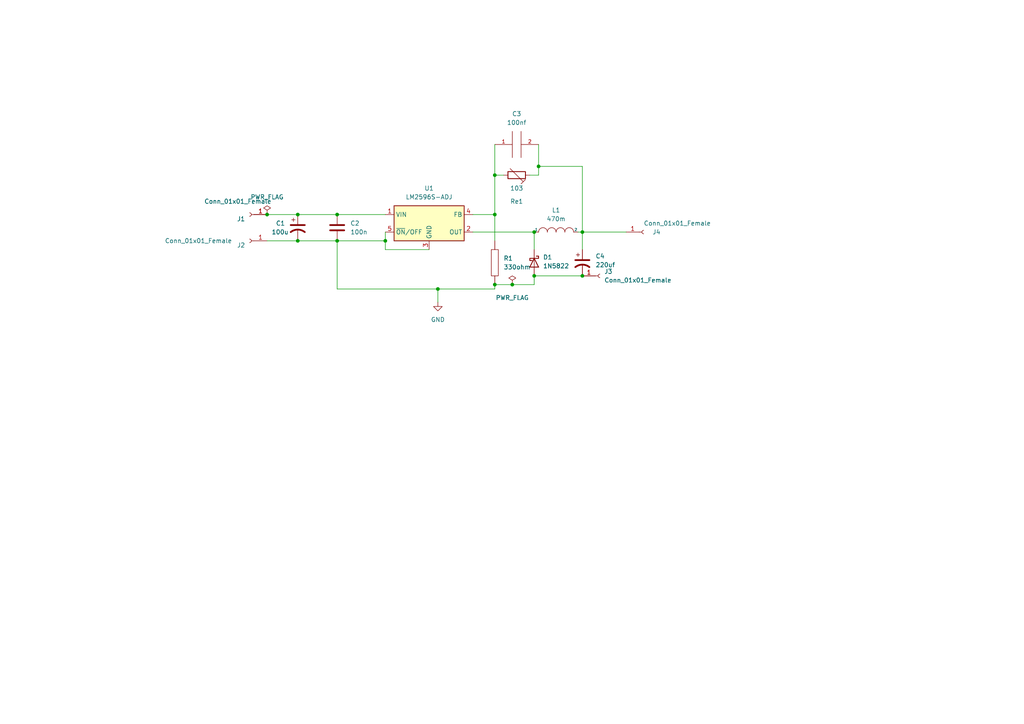
<source format=kicad_sch>
(kicad_sch (version 20211123) (generator eeschema)

  (uuid 5ee7080f-2759-4697-9abf-492370450c43)

  (paper "A4")

  (title_block
    (title "project")
  )

  (lib_symbols
    (symbol "Connector:Conn_01x01_Female" (pin_names (offset 1.016) hide) (in_bom yes) (on_board yes)
      (property "Reference" "J" (id 0) (at 0 2.54 0)
        (effects (font (size 1.27 1.27)))
      )
      (property "Value" "Conn_01x01_Female" (id 1) (at 0 -2.54 0)
        (effects (font (size 1.27 1.27)))
      )
      (property "Footprint" "" (id 2) (at 0 0 0)
        (effects (font (size 1.27 1.27)) hide)
      )
      (property "Datasheet" "~" (id 3) (at 0 0 0)
        (effects (font (size 1.27 1.27)) hide)
      )
      (property "ki_keywords" "connector" (id 4) (at 0 0 0)
        (effects (font (size 1.27 1.27)) hide)
      )
      (property "ki_description" "Generic connector, single row, 01x01, script generated (kicad-library-utils/schlib/autogen/connector/)" (id 5) (at 0 0 0)
        (effects (font (size 1.27 1.27)) hide)
      )
      (property "ki_fp_filters" "Connector*:*" (id 6) (at 0 0 0)
        (effects (font (size 1.27 1.27)) hide)
      )
      (symbol "Conn_01x01_Female_1_1"
        (polyline
          (pts
            (xy -1.27 0)
            (xy -0.508 0)
          )
          (stroke (width 0.1524) (type default) (color 0 0 0 0))
          (fill (type none))
        )
        (arc (start 0 0.508) (mid -0.508 0) (end 0 -0.508)
          (stroke (width 0.1524) (type default) (color 0 0 0 0))
          (fill (type none))
        )
        (pin passive line (at -5.08 0 0) (length 3.81)
          (name "Pin_1" (effects (font (size 1.27 1.27))))
          (number "1" (effects (font (size 1.27 1.27))))
        )
      )
    )
    (symbol "Device:C" (pin_numbers hide) (pin_names (offset 0.254)) (in_bom yes) (on_board yes)
      (property "Reference" "C" (id 0) (at 0.635 2.54 0)
        (effects (font (size 1.27 1.27)) (justify left))
      )
      (property "Value" "C" (id 1) (at 0.635 -2.54 0)
        (effects (font (size 1.27 1.27)) (justify left))
      )
      (property "Footprint" "" (id 2) (at 0.9652 -3.81 0)
        (effects (font (size 1.27 1.27)) hide)
      )
      (property "Datasheet" "~" (id 3) (at 0 0 0)
        (effects (font (size 1.27 1.27)) hide)
      )
      (property "ki_keywords" "cap capacitor" (id 4) (at 0 0 0)
        (effects (font (size 1.27 1.27)) hide)
      )
      (property "ki_description" "Unpolarized capacitor" (id 5) (at 0 0 0)
        (effects (font (size 1.27 1.27)) hide)
      )
      (property "ki_fp_filters" "C_*" (id 6) (at 0 0 0)
        (effects (font (size 1.27 1.27)) hide)
      )
      (symbol "C_0_1"
        (polyline
          (pts
            (xy -2.032 -0.762)
            (xy 2.032 -0.762)
          )
          (stroke (width 0.508) (type default) (color 0 0 0 0))
          (fill (type none))
        )
        (polyline
          (pts
            (xy -2.032 0.762)
            (xy 2.032 0.762)
          )
          (stroke (width 0.508) (type default) (color 0 0 0 0))
          (fill (type none))
        )
      )
      (symbol "C_1_1"
        (pin passive line (at 0 3.81 270) (length 2.794)
          (name "~" (effects (font (size 1.27 1.27))))
          (number "1" (effects (font (size 1.27 1.27))))
        )
        (pin passive line (at 0 -3.81 90) (length 2.794)
          (name "~" (effects (font (size 1.27 1.27))))
          (number "2" (effects (font (size 1.27 1.27))))
        )
      )
    )
    (symbol "Device:C_Polarized_US" (pin_numbers hide) (pin_names (offset 0.254) hide) (in_bom yes) (on_board yes)
      (property "Reference" "C" (id 0) (at 0.635 2.54 0)
        (effects (font (size 1.27 1.27)) (justify left))
      )
      (property "Value" "C_Polarized_US" (id 1) (at 0.635 -2.54 0)
        (effects (font (size 1.27 1.27)) (justify left))
      )
      (property "Footprint" "" (id 2) (at 0 0 0)
        (effects (font (size 1.27 1.27)) hide)
      )
      (property "Datasheet" "~" (id 3) (at 0 0 0)
        (effects (font (size 1.27 1.27)) hide)
      )
      (property "ki_keywords" "cap capacitor" (id 4) (at 0 0 0)
        (effects (font (size 1.27 1.27)) hide)
      )
      (property "ki_description" "Polarized capacitor, US symbol" (id 5) (at 0 0 0)
        (effects (font (size 1.27 1.27)) hide)
      )
      (property "ki_fp_filters" "CP_*" (id 6) (at 0 0 0)
        (effects (font (size 1.27 1.27)) hide)
      )
      (symbol "C_Polarized_US_0_1"
        (polyline
          (pts
            (xy -2.032 0.762)
            (xy 2.032 0.762)
          )
          (stroke (width 0.508) (type default) (color 0 0 0 0))
          (fill (type none))
        )
        (polyline
          (pts
            (xy -1.778 2.286)
            (xy -0.762 2.286)
          )
          (stroke (width 0) (type default) (color 0 0 0 0))
          (fill (type none))
        )
        (polyline
          (pts
            (xy -1.27 1.778)
            (xy -1.27 2.794)
          )
          (stroke (width 0) (type default) (color 0 0 0 0))
          (fill (type none))
        )
        (arc (start 2.032 -1.27) (mid 0 -0.5572) (end -2.032 -1.27)
          (stroke (width 0.508) (type default) (color 0 0 0 0))
          (fill (type none))
        )
      )
      (symbol "C_Polarized_US_1_1"
        (pin passive line (at 0 3.81 270) (length 2.794)
          (name "~" (effects (font (size 1.27 1.27))))
          (number "1" (effects (font (size 1.27 1.27))))
        )
        (pin passive line (at 0 -3.81 90) (length 3.302)
          (name "~" (effects (font (size 1.27 1.27))))
          (number "2" (effects (font (size 1.27 1.27))))
        )
      )
    )
    (symbol "Device:R_Trim" (pin_numbers hide) (pin_names (offset 0)) (in_bom yes) (on_board yes)
      (property "Reference" "R" (id 0) (at 2.54 -2.54 90)
        (effects (font (size 1.27 1.27)) (justify left))
      )
      (property "Value" "R_Trim" (id 1) (at -2.54 -0.635 90)
        (effects (font (size 1.27 1.27)) (justify left))
      )
      (property "Footprint" "" (id 2) (at -1.778 0 90)
        (effects (font (size 1.27 1.27)) hide)
      )
      (property "Datasheet" "~" (id 3) (at 0 0 0)
        (effects (font (size 1.27 1.27)) hide)
      )
      (property "ki_keywords" "R res resistor variable potentiometer trimmer" (id 4) (at 0 0 0)
        (effects (font (size 1.27 1.27)) hide)
      )
      (property "ki_description" "Trimmable resistor (preset resistor)" (id 5) (at 0 0 0)
        (effects (font (size 1.27 1.27)) hide)
      )
      (property "ki_fp_filters" "R_*" (id 6) (at 0 0 0)
        (effects (font (size 1.27 1.27)) hide)
      )
      (symbol "R_Trim_0_1"
        (rectangle (start -1.016 -2.54) (end 1.016 2.54)
          (stroke (width 0.254) (type default) (color 0 0 0 0))
          (fill (type none))
        )
        (polyline
          (pts
            (xy -1.905 -1.905)
            (xy 1.905 1.905)
            (xy 2.54 1.27)
            (xy 1.27 2.54)
          )
          (stroke (width 0) (type default) (color 0 0 0 0))
          (fill (type none))
        )
      )
      (symbol "R_Trim_1_1"
        (pin passive line (at 0 3.81 270) (length 1.27)
          (name "~" (effects (font (size 1.27 1.27))))
          (number "1" (effects (font (size 1.27 1.27))))
        )
        (pin passive line (at 0 -3.81 90) (length 1.27)
          (name "~" (effects (font (size 1.27 1.27))))
          (number "2" (effects (font (size 1.27 1.27))))
        )
      )
    )
    (symbol "Diode:1N5822" (pin_numbers hide) (pin_names (offset 1.016) hide) (in_bom yes) (on_board yes)
      (property "Reference" "D" (id 0) (at 0 2.54 0)
        (effects (font (size 1.27 1.27)))
      )
      (property "Value" "1N5822" (id 1) (at 0 -2.54 0)
        (effects (font (size 1.27 1.27)))
      )
      (property "Footprint" "Diode_THT:D_DO-201AD_P15.24mm_Horizontal" (id 2) (at 0 -4.445 0)
        (effects (font (size 1.27 1.27)) hide)
      )
      (property "Datasheet" "http://www.vishay.com/docs/88526/1n5820.pdf" (id 3) (at 0 0 0)
        (effects (font (size 1.27 1.27)) hide)
      )
      (property "ki_keywords" "diode Schottky" (id 4) (at 0 0 0)
        (effects (font (size 1.27 1.27)) hide)
      )
      (property "ki_description" "40V 3A Schottky Barrier Rectifier Diode, DO-201AD" (id 5) (at 0 0 0)
        (effects (font (size 1.27 1.27)) hide)
      )
      (property "ki_fp_filters" "D*DO?201AD*" (id 6) (at 0 0 0)
        (effects (font (size 1.27 1.27)) hide)
      )
      (symbol "1N5822_0_1"
        (polyline
          (pts
            (xy 1.27 0)
            (xy -1.27 0)
          )
          (stroke (width 0) (type default) (color 0 0 0 0))
          (fill (type none))
        )
        (polyline
          (pts
            (xy 1.27 1.27)
            (xy 1.27 -1.27)
            (xy -1.27 0)
            (xy 1.27 1.27)
          )
          (stroke (width 0.254) (type default) (color 0 0 0 0))
          (fill (type none))
        )
        (polyline
          (pts
            (xy -1.905 0.635)
            (xy -1.905 1.27)
            (xy -1.27 1.27)
            (xy -1.27 -1.27)
            (xy -0.635 -1.27)
            (xy -0.635 -0.635)
          )
          (stroke (width 0.254) (type default) (color 0 0 0 0))
          (fill (type none))
        )
      )
      (symbol "1N5822_1_1"
        (pin passive line (at -3.81 0 0) (length 2.54)
          (name "K" (effects (font (size 1.27 1.27))))
          (number "1" (effects (font (size 1.27 1.27))))
        )
        (pin passive line (at 3.81 0 180) (length 2.54)
          (name "A" (effects (font (size 1.27 1.27))))
          (number "2" (effects (font (size 1.27 1.27))))
        )
      )
    )
    (symbol "Regulator_Switching:LM2596S-ADJ" (in_bom yes) (on_board yes)
      (property "Reference" "U" (id 0) (at -10.16 6.35 0)
        (effects (font (size 1.27 1.27)) (justify left))
      )
      (property "Value" "LM2596S-ADJ" (id 1) (at 0 6.35 0)
        (effects (font (size 1.27 1.27)) (justify left))
      )
      (property "Footprint" "Package_TO_SOT_SMD:TO-263-5_TabPin3" (id 2) (at 1.27 -6.35 0)
        (effects (font (size 1.27 1.27) italic) (justify left) hide)
      )
      (property "Datasheet" "http://www.ti.com/lit/ds/symlink/lm2596.pdf" (id 3) (at 0 0 0)
        (effects (font (size 1.27 1.27)) hide)
      )
      (property "ki_keywords" "Step-Down Voltage Regulator Adjustable 3A" (id 4) (at 0 0 0)
        (effects (font (size 1.27 1.27)) hide)
      )
      (property "ki_description" "Adjustable 3A Step-Down Voltage Regulator, TO-263" (id 5) (at 0 0 0)
        (effects (font (size 1.27 1.27)) hide)
      )
      (property "ki_fp_filters" "TO?263*" (id 6) (at 0 0 0)
        (effects (font (size 1.27 1.27)) hide)
      )
      (symbol "LM2596S-ADJ_0_1"
        (rectangle (start -10.16 5.08) (end 10.16 -5.08)
          (stroke (width 0.254) (type default) (color 0 0 0 0))
          (fill (type background))
        )
      )
      (symbol "LM2596S-ADJ_1_1"
        (pin power_in line (at -12.7 2.54 0) (length 2.54)
          (name "VIN" (effects (font (size 1.27 1.27))))
          (number "1" (effects (font (size 1.27 1.27))))
        )
        (pin output line (at 12.7 -2.54 180) (length 2.54)
          (name "OUT" (effects (font (size 1.27 1.27))))
          (number "2" (effects (font (size 1.27 1.27))))
        )
        (pin power_in line (at 0 -7.62 90) (length 2.54)
          (name "GND" (effects (font (size 1.27 1.27))))
          (number "3" (effects (font (size 1.27 1.27))))
        )
        (pin input line (at 12.7 2.54 180) (length 2.54)
          (name "FB" (effects (font (size 1.27 1.27))))
          (number "4" (effects (font (size 1.27 1.27))))
        )
        (pin input line (at -12.7 -2.54 0) (length 2.54)
          (name "~{ON}/OFF" (effects (font (size 1.27 1.27))))
          (number "5" (effects (font (size 1.27 1.27))))
        )
      )
    )
    (symbol "power:GND" (power) (pin_names (offset 0)) (in_bom yes) (on_board yes)
      (property "Reference" "#PWR" (id 0) (at 0 -6.35 0)
        (effects (font (size 1.27 1.27)) hide)
      )
      (property "Value" "GND" (id 1) (at 0 -3.81 0)
        (effects (font (size 1.27 1.27)))
      )
      (property "Footprint" "" (id 2) (at 0 0 0)
        (effects (font (size 1.27 1.27)) hide)
      )
      (property "Datasheet" "" (id 3) (at 0 0 0)
        (effects (font (size 1.27 1.27)) hide)
      )
      (property "ki_keywords" "power-flag" (id 4) (at 0 0 0)
        (effects (font (size 1.27 1.27)) hide)
      )
      (property "ki_description" "Power symbol creates a global label with name \"GND\" , ground" (id 5) (at 0 0 0)
        (effects (font (size 1.27 1.27)) hide)
      )
      (symbol "GND_0_1"
        (polyline
          (pts
            (xy 0 0)
            (xy 0 -1.27)
            (xy 1.27 -1.27)
            (xy 0 -2.54)
            (xy -1.27 -1.27)
            (xy 0 -1.27)
          )
          (stroke (width 0) (type default) (color 0 0 0 0))
          (fill (type none))
        )
      )
      (symbol "GND_1_1"
        (pin power_in line (at 0 0 270) (length 0) hide
          (name "GND" (effects (font (size 1.27 1.27))))
          (number "1" (effects (font (size 1.27 1.27))))
        )
      )
    )
    (symbol "power:PWR_FLAG" (power) (pin_numbers hide) (pin_names (offset 0) hide) (in_bom yes) (on_board yes)
      (property "Reference" "#FLG" (id 0) (at 0 1.905 0)
        (effects (font (size 1.27 1.27)) hide)
      )
      (property "Value" "PWR_FLAG" (id 1) (at 0 3.81 0)
        (effects (font (size 1.27 1.27)))
      )
      (property "Footprint" "" (id 2) (at 0 0 0)
        (effects (font (size 1.27 1.27)) hide)
      )
      (property "Datasheet" "~" (id 3) (at 0 0 0)
        (effects (font (size 1.27 1.27)) hide)
      )
      (property "ki_keywords" "power-flag" (id 4) (at 0 0 0)
        (effects (font (size 1.27 1.27)) hide)
      )
      (property "ki_description" "Special symbol for telling ERC where power comes from" (id 5) (at 0 0 0)
        (effects (font (size 1.27 1.27)) hide)
      )
      (symbol "PWR_FLAG_0_0"
        (pin power_out line (at 0 0 90) (length 0)
          (name "pwr" (effects (font (size 1.27 1.27))))
          (number "1" (effects (font (size 1.27 1.27))))
        )
      )
      (symbol "PWR_FLAG_0_1"
        (polyline
          (pts
            (xy 0 0)
            (xy 0 1.27)
            (xy -1.016 1.905)
            (xy 0 2.54)
            (xy 1.016 1.905)
            (xy 0 1.27)
          )
          (stroke (width 0) (type default) (color 0 0 0 0))
          (fill (type none))
        )
      )
    )
    (symbol "pspice:C" (pin_names (offset 0.254)) (in_bom yes) (on_board yes)
      (property "Reference" "C" (id 0) (at 2.54 3.81 90)
        (effects (font (size 1.27 1.27)))
      )
      (property "Value" "C" (id 1) (at 2.54 -3.81 90)
        (effects (font (size 1.27 1.27)))
      )
      (property "Footprint" "" (id 2) (at 0 0 0)
        (effects (font (size 1.27 1.27)) hide)
      )
      (property "Datasheet" "~" (id 3) (at 0 0 0)
        (effects (font (size 1.27 1.27)) hide)
      )
      (property "ki_keywords" "simulation" (id 4) (at 0 0 0)
        (effects (font (size 1.27 1.27)) hide)
      )
      (property "ki_description" "Capacitor symbol for simulation only" (id 5) (at 0 0 0)
        (effects (font (size 1.27 1.27)) hide)
      )
      (symbol "C_0_1"
        (polyline
          (pts
            (xy -3.81 -1.27)
            (xy 3.81 -1.27)
          )
          (stroke (width 0) (type default) (color 0 0 0 0))
          (fill (type none))
        )
        (polyline
          (pts
            (xy -3.81 1.27)
            (xy 3.81 1.27)
          )
          (stroke (width 0) (type default) (color 0 0 0 0))
          (fill (type none))
        )
      )
      (symbol "C_1_1"
        (pin passive line (at 0 6.35 270) (length 5.08)
          (name "~" (effects (font (size 1.016 1.016))))
          (number "1" (effects (font (size 1.016 1.016))))
        )
        (pin passive line (at 0 -6.35 90) (length 5.08)
          (name "~" (effects (font (size 1.016 1.016))))
          (number "2" (effects (font (size 1.016 1.016))))
        )
      )
    )
    (symbol "pspice:INDUCTOR" (pin_numbers hide) (pin_names (offset 0)) (in_bom yes) (on_board yes)
      (property "Reference" "L" (id 0) (at 0 2.54 0)
        (effects (font (size 1.27 1.27)))
      )
      (property "Value" "INDUCTOR" (id 1) (at 0 -1.27 0)
        (effects (font (size 1.27 1.27)))
      )
      (property "Footprint" "" (id 2) (at 0 0 0)
        (effects (font (size 1.27 1.27)) hide)
      )
      (property "Datasheet" "~" (id 3) (at 0 0 0)
        (effects (font (size 1.27 1.27)) hide)
      )
      (property "ki_keywords" "simulation" (id 4) (at 0 0 0)
        (effects (font (size 1.27 1.27)) hide)
      )
      (property "ki_description" "Inductor symbol for simulation only" (id 5) (at 0 0 0)
        (effects (font (size 1.27 1.27)) hide)
      )
      (symbol "INDUCTOR_0_1"
        (arc (start -2.54 0) (mid -3.81 1.27) (end -5.08 0)
          (stroke (width 0) (type default) (color 0 0 0 0))
          (fill (type none))
        )
        (arc (start 0 0) (mid -1.27 1.27) (end -2.54 0)
          (stroke (width 0) (type default) (color 0 0 0 0))
          (fill (type none))
        )
        (arc (start 2.54 0) (mid 1.27 1.27) (end 0 0)
          (stroke (width 0) (type default) (color 0 0 0 0))
          (fill (type none))
        )
        (arc (start 5.08 0) (mid 3.81 1.27) (end 2.54 0)
          (stroke (width 0) (type default) (color 0 0 0 0))
          (fill (type none))
        )
      )
      (symbol "INDUCTOR_1_1"
        (pin input line (at -6.35 0 0) (length 1.27)
          (name "1" (effects (font (size 0.762 0.762))))
          (number "1" (effects (font (size 0.762 0.762))))
        )
        (pin input line (at 6.35 0 180) (length 1.27)
          (name "2" (effects (font (size 0.762 0.762))))
          (number "2" (effects (font (size 0.762 0.762))))
        )
      )
    )
    (symbol "pspice:R" (pin_numbers hide) (pin_names (offset 0)) (in_bom yes) (on_board yes)
      (property "Reference" "R" (id 0) (at 2.032 0 90)
        (effects (font (size 1.27 1.27)))
      )
      (property "Value" "R" (id 1) (at 0 0 90)
        (effects (font (size 1.27 1.27)))
      )
      (property "Footprint" "" (id 2) (at 0 0 0)
        (effects (font (size 1.27 1.27)) hide)
      )
      (property "Datasheet" "~" (id 3) (at 0 0 0)
        (effects (font (size 1.27 1.27)) hide)
      )
      (property "ki_keywords" "resistor simulation" (id 4) (at 0 0 0)
        (effects (font (size 1.27 1.27)) hide)
      )
      (property "ki_description" "Resistor symbol for simulation only" (id 5) (at 0 0 0)
        (effects (font (size 1.27 1.27)) hide)
      )
      (symbol "R_0_1"
        (rectangle (start -1.016 3.81) (end 1.016 -3.81)
          (stroke (width 0) (type default) (color 0 0 0 0))
          (fill (type none))
        )
      )
      (symbol "R_1_1"
        (pin passive line (at 0 6.35 270) (length 2.54)
          (name "~" (effects (font (size 1.27 1.27))))
          (number "1" (effects (font (size 1.27 1.27))))
        )
        (pin passive line (at 0 -6.35 90) (length 2.54)
          (name "~" (effects (font (size 1.27 1.27))))
          (number "2" (effects (font (size 1.27 1.27))))
        )
      )
    )
  )

  (junction (at 111.76 69.85) (diameter 0) (color 0 0 0 0)
    (uuid 0fd58683-f48c-4188-a235-90aa47d394e1)
  )
  (junction (at 86.36 69.85) (diameter 0) (color 0 0 0 0)
    (uuid 1d897fa8-0f25-4514-bc7b-37a1741c5c11)
  )
  (junction (at 86.36 62.23) (diameter 0) (color 0 0 0 0)
    (uuid 20232c68-d550-4d78-87c5-1ccbfbdb2f37)
  )
  (junction (at 127 83.82) (diameter 0) (color 0 0 0 0)
    (uuid 235bc03b-0461-4f36-8acf-f47dbf20ccf4)
  )
  (junction (at 154.94 67.31) (diameter 0) (color 0 0 0 0)
    (uuid 239d3345-f95e-4be0-b4eb-c82522a57dac)
  )
  (junction (at 168.91 80.01) (diameter 0) (color 0 0 0 0)
    (uuid 25ea80ac-f161-4c33-82ae-8b3a3d6c34fc)
  )
  (junction (at 168.91 67.31) (diameter 0) (color 0 0 0 0)
    (uuid 52b2ee8a-225c-44ee-b717-ba52cf624e77)
  )
  (junction (at 148.59 82.55) (diameter 0) (color 0 0 0 0)
    (uuid 63336f10-073e-483c-9dfc-4edec29cb5af)
  )
  (junction (at 97.79 62.23) (diameter 0) (color 0 0 0 0)
    (uuid 76a5c36c-7810-45d6-a52a-9c52df013d1e)
  )
  (junction (at 143.51 50.8) (diameter 0) (color 0 0 0 0)
    (uuid 8ee26c55-7f46-4a93-b8ed-88396f76656e)
  )
  (junction (at 156.21 48.26) (diameter 0) (color 0 0 0 0)
    (uuid bb47af45-9ec2-4436-b73d-77597b900c35)
  )
  (junction (at 143.51 82.55) (diameter 0) (color 0 0 0 0)
    (uuid c7c15212-eab3-421a-8323-b2cdfa46ef42)
  )
  (junction (at 154.94 80.01) (diameter 0) (color 0 0 0 0)
    (uuid e2b7f57f-4478-486d-9b08-e94dde4f9d3e)
  )
  (junction (at 97.79 69.85) (diameter 0) (color 0 0 0 0)
    (uuid ec773665-75f9-41f5-a0b4-d6324fa62fb8)
  )
  (junction (at 143.51 62.23) (diameter 0) (color 0 0 0 0)
    (uuid fc2ca5c0-8558-45ba-a455-4c5389e0a148)
  )
  (junction (at 77.47 62.23) (diameter 0) (color 0 0 0 0)
    (uuid fe17b3e7-3c1f-4872-bdfe-ed9dd828c319)
  )

  (wire (pts (xy 156.21 48.26) (xy 168.91 48.26))
    (stroke (width 0) (type default) (color 0 0 0 0))
    (uuid 0145d5c6-de93-495a-99c1-dd0a66c36704)
  )
  (wire (pts (xy 111.76 69.85) (xy 111.76 72.39))
    (stroke (width 0) (type default) (color 0 0 0 0))
    (uuid 0f9aadec-ae5b-418b-a216-486cbab6e847)
  )
  (wire (pts (xy 97.79 83.82) (xy 127 83.82))
    (stroke (width 0) (type default) (color 0 0 0 0))
    (uuid 12425dd5-5696-4de4-b31c-c1fc3ceeb56b)
  )
  (wire (pts (xy 97.79 69.85) (xy 97.79 83.82))
    (stroke (width 0) (type default) (color 0 0 0 0))
    (uuid 19e90640-8d16-48b2-ab64-c49a7b388b10)
  )
  (wire (pts (xy 86.36 69.85) (xy 97.79 69.85))
    (stroke (width 0) (type default) (color 0 0 0 0))
    (uuid 1ad1c956-d4a8-480c-9850-e8fd2c286fd1)
  )
  (wire (pts (xy 154.94 80.01) (xy 168.91 80.01))
    (stroke (width 0) (type default) (color 0 0 0 0))
    (uuid 1bd0fe98-35af-4fb3-8341-5251452606dd)
  )
  (wire (pts (xy 97.79 62.23) (xy 111.76 62.23))
    (stroke (width 0) (type default) (color 0 0 0 0))
    (uuid 1f1957e0-57f7-4909-9046-796d79004aef)
  )
  (wire (pts (xy 143.51 82.55) (xy 148.59 82.55))
    (stroke (width 0) (type default) (color 0 0 0 0))
    (uuid 33d5d951-cd3b-4521-b52d-80e68c1ae993)
  )
  (wire (pts (xy 168.91 67.31) (xy 181.61 67.31))
    (stroke (width 0) (type default) (color 0 0 0 0))
    (uuid 3ec343e8-a192-4de5-a6ab-1dcdd39c5d5b)
  )
  (wire (pts (xy 97.79 69.85) (xy 111.76 69.85))
    (stroke (width 0) (type default) (color 0 0 0 0))
    (uuid 4b69c2c0-17cc-475d-98c7-669380a928e0)
  )
  (wire (pts (xy 168.91 48.26) (xy 168.91 67.31))
    (stroke (width 0) (type default) (color 0 0 0 0))
    (uuid 59234f3b-a734-448d-8d69-6fd6776fe274)
  )
  (wire (pts (xy 143.51 41.91) (xy 143.51 50.8))
    (stroke (width 0) (type default) (color 0 0 0 0))
    (uuid 62a137aa-faf6-4153-92a1-38b42617341d)
  )
  (wire (pts (xy 143.51 62.23) (xy 137.16 62.23))
    (stroke (width 0) (type default) (color 0 0 0 0))
    (uuid 6bb4ed17-56c0-447a-904f-38fc1e198859)
  )
  (wire (pts (xy 143.51 83.82) (xy 143.51 82.55))
    (stroke (width 0) (type default) (color 0 0 0 0))
    (uuid 6cce382d-745e-48cc-920a-44407282d7c5)
  )
  (wire (pts (xy 143.51 50.8) (xy 146.05 50.8))
    (stroke (width 0) (type default) (color 0 0 0 0))
    (uuid 75541e4b-37cb-4665-89b4-837c2e37a2d5)
  )
  (wire (pts (xy 167.64 67.31) (xy 168.91 67.31))
    (stroke (width 0) (type default) (color 0 0 0 0))
    (uuid 770dadb7-adb6-44ff-9d93-72a37c13224f)
  )
  (wire (pts (xy 168.91 72.39) (xy 168.91 67.31))
    (stroke (width 0) (type default) (color 0 0 0 0))
    (uuid 7b244369-6584-4c17-862b-f1d9e559b169)
  )
  (wire (pts (xy 86.36 62.23) (xy 97.79 62.23))
    (stroke (width 0) (type default) (color 0 0 0 0))
    (uuid 91b428c1-aa22-4ab8-bfdf-02635bbe8067)
  )
  (wire (pts (xy 156.21 50.8) (xy 153.67 50.8))
    (stroke (width 0) (type default) (color 0 0 0 0))
    (uuid 96e61019-f2a6-40ee-b8d8-2f5c2b9e84d8)
  )
  (wire (pts (xy 127 83.82) (xy 127 87.63))
    (stroke (width 0) (type default) (color 0 0 0 0))
    (uuid 97949f7f-1876-4d12-b1c8-d511a6ab3887)
  )
  (wire (pts (xy 156.21 41.91) (xy 156.21 48.26))
    (stroke (width 0) (type default) (color 0 0 0 0))
    (uuid 9ff4ca1a-b918-4455-a152-b94d24aab537)
  )
  (wire (pts (xy 143.51 50.8) (xy 143.51 62.23))
    (stroke (width 0) (type default) (color 0 0 0 0))
    (uuid b3a78fad-22d3-4b50-9c24-396d941d1af4)
  )
  (wire (pts (xy 156.21 48.26) (xy 156.21 50.8))
    (stroke (width 0) (type default) (color 0 0 0 0))
    (uuid b47a265f-7a40-441d-9dab-6076a24c2e06)
  )
  (wire (pts (xy 148.59 82.55) (xy 154.94 82.55))
    (stroke (width 0) (type default) (color 0 0 0 0))
    (uuid b51893a2-8425-48e1-a3b9-cc25dbd9c1bd)
  )
  (wire (pts (xy 127 83.82) (xy 143.51 83.82))
    (stroke (width 0) (type default) (color 0 0 0 0))
    (uuid ba4ff551-bfdc-4908-93dc-f4d48e7ada3c)
  )
  (wire (pts (xy 143.51 62.23) (xy 143.51 69.85))
    (stroke (width 0) (type default) (color 0 0 0 0))
    (uuid badca6ad-cae6-4c91-94c7-6e701466e127)
  )
  (wire (pts (xy 77.47 69.85) (xy 86.36 69.85))
    (stroke (width 0) (type default) (color 0 0 0 0))
    (uuid bed0c99f-d6bd-49fb-8e5e-98db897dbdac)
  )
  (wire (pts (xy 124.46 72.39) (xy 111.76 72.39))
    (stroke (width 0) (type default) (color 0 0 0 0))
    (uuid c5b9fcee-0453-4620-ad41-9f4774bf5687)
  )
  (wire (pts (xy 154.94 67.31) (xy 154.94 72.39))
    (stroke (width 0) (type default) (color 0 0 0 0))
    (uuid c9cdddec-edda-4db1-9b14-a9eb0fcfc253)
  )
  (wire (pts (xy 137.16 67.31) (xy 154.94 67.31))
    (stroke (width 0) (type default) (color 0 0 0 0))
    (uuid cd781d8f-a3c6-4ac5-88ed-9d008bde91da)
  )
  (wire (pts (xy 111.76 69.85) (xy 111.76 67.31))
    (stroke (width 0) (type default) (color 0 0 0 0))
    (uuid db4cc79c-a08f-462a-8e1e-e9d12295b780)
  )
  (wire (pts (xy 77.47 62.23) (xy 86.36 62.23))
    (stroke (width 0) (type default) (color 0 0 0 0))
    (uuid ee6a5c45-1d06-485e-957f-8ce8c3053f6f)
  )
  (wire (pts (xy 154.94 80.01) (xy 154.94 82.55))
    (stroke (width 0) (type default) (color 0 0 0 0))
    (uuid fc8ad667-9444-45c1-a949-29fbdf44b0ff)
  )

  (symbol (lib_id "pspice:C") (at 149.86 41.91 90) (unit 1)
    (in_bom yes) (on_board yes) (fields_autoplaced)
    (uuid 001992e1-f6e2-44b8-995b-72c666c04a89)
    (property "Reference" "C3" (id 0) (at 149.86 33.02 90))
    (property "Value" "100nf" (id 1) (at 149.86 35.56 90))
    (property "Footprint" "Capacitor_SMD:CP_Elec_3x5.3" (id 2) (at 149.86 41.91 0)
      (effects (font (size 1.27 1.27)) hide)
    )
    (property "Datasheet" "~" (id 3) (at 149.86 41.91 0)
      (effects (font (size 1.27 1.27)) hide)
    )
    (pin "1" (uuid cf92c977-67e7-4374-8408-49f724d4048c))
    (pin "2" (uuid 0977231d-3c2e-4f8e-a29b-361e5432a3c4))
  )

  (symbol (lib_id "pspice:INDUCTOR") (at 161.29 67.31 0) (unit 1)
    (in_bom yes) (on_board yes)
    (uuid 01926a02-e073-4489-b3f6-d27bdaf3ed16)
    (property "Reference" "L1" (id 0) (at 161.29 60.96 0))
    (property "Value" "470m" (id 1) (at 161.29 63.5 0))
    (property "Footprint" "Inductor_SMD:L_6.3x6.3_H3" (id 2) (at 161.29 67.31 0)
      (effects (font (size 1.27 1.27)) hide)
    )
    (property "Datasheet" "~" (id 3) (at 161.29 67.31 0)
      (effects (font (size 1.27 1.27)) hide)
    )
    (pin "1" (uuid c6fe2a1c-6cf2-4ded-9493-31d658aed89d))
    (pin "2" (uuid 504fc4a0-9622-47bf-b6f3-c0617e411c6f))
  )

  (symbol (lib_id "power:PWR_FLAG") (at 77.47 62.23 0) (unit 1)
    (in_bom yes) (on_board yes) (fields_autoplaced)
    (uuid 1931c24b-20c0-47a8-b52e-604a1610341a)
    (property "Reference" "#FLG01" (id 0) (at 77.47 60.325 0)
      (effects (font (size 1.27 1.27)) hide)
    )
    (property "Value" "PWR_FLAG" (id 1) (at 77.47 57.15 0))
    (property "Footprint" "" (id 2) (at 77.47 62.23 0)
      (effects (font (size 1.27 1.27)) hide)
    )
    (property "Datasheet" "~" (id 3) (at 77.47 62.23 0)
      (effects (font (size 1.27 1.27)) hide)
    )
    (pin "1" (uuid 2796678e-e83e-4244-b42f-35370695fcf3))
  )

  (symbol (lib_id "pspice:R") (at 143.51 76.2 0) (unit 1)
    (in_bom yes) (on_board yes) (fields_autoplaced)
    (uuid 1d88d589-a44e-4488-b1b1-3897c294699d)
    (property "Reference" "R1" (id 0) (at 146.05 74.9299 0)
      (effects (font (size 1.27 1.27)) (justify left))
    )
    (property "Value" "330ohm" (id 1) (at 146.05 77.4699 0)
      (effects (font (size 1.27 1.27)) (justify left))
    )
    (property "Footprint" "Resistor_SMD:R_0201_0603Metric" (id 2) (at 143.51 76.2 0)
      (effects (font (size 1.27 1.27)) hide)
    )
    (property "Datasheet" "~" (id 3) (at 143.51 76.2 0)
      (effects (font (size 1.27 1.27)) hide)
    )
    (pin "1" (uuid a00264d3-a687-45c2-970a-3c651ec0687f))
    (pin "2" (uuid 0c374cd4-3fc2-4b7f-aefb-907243e1e25a))
  )

  (symbol (lib_id "Device:C_Polarized_US") (at 168.91 76.2 0) (unit 1)
    (in_bom yes) (on_board yes) (fields_autoplaced)
    (uuid 27d90a4b-f454-4dde-bcef-014760800926)
    (property "Reference" "C4" (id 0) (at 172.72 74.2949 0)
      (effects (font (size 1.27 1.27)) (justify left))
    )
    (property "Value" "220uf" (id 1) (at 172.72 76.8349 0)
      (effects (font (size 1.27 1.27)) (justify left))
    )
    (property "Footprint" "Capacitor_SMD:CP_Elec_3x5.3" (id 2) (at 168.91 76.2 0)
      (effects (font (size 1.27 1.27)) hide)
    )
    (property "Datasheet" "~" (id 3) (at 168.91 76.2 0)
      (effects (font (size 1.27 1.27)) hide)
    )
    (pin "1" (uuid 2d83f9d5-e75c-49ad-b38a-0ad993ddf476))
    (pin "2" (uuid c9e14875-30f9-4aa6-9222-8aef3dfd3c23))
  )

  (symbol (lib_id "Connector:Conn_01x01_Female") (at 72.39 62.23 180) (unit 1)
    (in_bom yes) (on_board yes)
    (uuid 4af23ed4-fb1a-4bb8-9f5f-db8c056e5abb)
    (property "Reference" "J1" (id 0) (at 71.12 63.5001 0)
      (effects (font (size 1.27 1.27)) (justify left))
    )
    (property "Value" "Conn_01x01_Female" (id 1) (at 78.74 58.42 0)
      (effects (font (size 1.27 1.27)) (justify left))
    )
    (property "Footprint" "Connector:Banana_Jack_1Pin" (id 2) (at 72.39 62.23 0)
      (effects (font (size 1.27 1.27)) hide)
    )
    (property "Datasheet" "~" (id 3) (at 72.39 62.23 0)
      (effects (font (size 1.27 1.27)) hide)
    )
    (pin "1" (uuid 45789a93-e55d-4b5b-b920-54f42b34789d))
  )

  (symbol (lib_id "Connector:Conn_01x01_Female") (at 186.69 67.31 0) (unit 1)
    (in_bom yes) (on_board yes)
    (uuid 69a8a144-8a2a-4f30-89a5-628b93cb8610)
    (property "Reference" "J4" (id 0) (at 189.23 67.31 0)
      (effects (font (size 1.27 1.27)) (justify left))
    )
    (property "Value" "Conn_01x01_Female" (id 1) (at 186.69 64.77 0)
      (effects (font (size 1.27 1.27)) (justify left))
    )
    (property "Footprint" "Connector:Banana_Jack_1Pin" (id 2) (at 186.69 67.31 0)
      (effects (font (size 1.27 1.27)) hide)
    )
    (property "Datasheet" "~" (id 3) (at 186.69 67.31 0)
      (effects (font (size 1.27 1.27)) hide)
    )
    (pin "1" (uuid 795c5f61-34f1-4576-8e72-b0d97adfe54f))
  )

  (symbol (lib_id "Diode:1N5822") (at 154.94 76.2 270) (unit 1)
    (in_bom yes) (on_board yes) (fields_autoplaced)
    (uuid 707f7eb8-ec67-451d-8c4f-b1cc90b65759)
    (property "Reference" "D1" (id 0) (at 157.48 74.6124 90)
      (effects (font (size 1.27 1.27)) (justify left))
    )
    (property "Value" "1N5822" (id 1) (at 157.48 77.1524 90)
      (effects (font (size 1.27 1.27)) (justify left))
    )
    (property "Footprint" "Diode_THT:D_DO-201AD_P15.24mm_Horizontal" (id 2) (at 150.495 76.2 0)
      (effects (font (size 1.27 1.27)) hide)
    )
    (property "Datasheet" "http://www.vishay.com/docs/88526/1n5820.pdf" (id 3) (at 154.94 76.2 0)
      (effects (font (size 1.27 1.27)) hide)
    )
    (pin "1" (uuid caf089e1-b5c3-4be7-88da-3c376a9aba82))
    (pin "2" (uuid 3c425fcc-920e-4098-af3f-f2ed022e8d07))
  )

  (symbol (lib_id "Regulator_Switching:LM2596S-ADJ") (at 124.46 64.77 0) (unit 1)
    (in_bom yes) (on_board yes) (fields_autoplaced)
    (uuid 7a94936c-2914-4e90-af37-c20f62d275cc)
    (property "Reference" "U1" (id 0) (at 124.46 54.61 0))
    (property "Value" "LM2596S-ADJ" (id 1) (at 124.46 57.15 0))
    (property "Footprint" "Package_TO_SOT_SMD:TO-263-5_TabPin3" (id 2) (at 125.73 71.12 0)
      (effects (font (size 1.27 1.27) italic) (justify left) hide)
    )
    (property "Datasheet" "http://www.ti.com/lit/ds/symlink/lm2596.pdf" (id 3) (at 124.46 64.77 0)
      (effects (font (size 1.27 1.27)) hide)
    )
    (pin "1" (uuid fbf45d52-430b-4c38-bf63-cef3c7add51c))
    (pin "2" (uuid 944aa66e-8d50-4368-a41f-54f2ec8fc16f))
    (pin "3" (uuid 9d044550-36b9-4664-a521-189af99a2bb7))
    (pin "4" (uuid 7edcaec7-373f-4597-9bcd-569eef37ee97))
    (pin "5" (uuid 5ee9dd9e-fc6f-4796-9c3d-b037d4b96b13))
  )

  (symbol (lib_id "power:GND") (at 127 87.63 0) (unit 1)
    (in_bom yes) (on_board yes) (fields_autoplaced)
    (uuid 953207e4-20b3-47c1-b29f-3a1619f55836)
    (property "Reference" "#PWR01" (id 0) (at 127 93.98 0)
      (effects (font (size 1.27 1.27)) hide)
    )
    (property "Value" "GND" (id 1) (at 127 92.71 0))
    (property "Footprint" "" (id 2) (at 127 87.63 0)
      (effects (font (size 1.27 1.27)) hide)
    )
    (property "Datasheet" "" (id 3) (at 127 87.63 0)
      (effects (font (size 1.27 1.27)) hide)
    )
    (pin "1" (uuid 337920f1-3036-48da-9e4b-c846482e48b8))
  )

  (symbol (lib_id "Connector:Conn_01x01_Female") (at 173.99 80.01 0) (unit 1)
    (in_bom yes) (on_board yes) (fields_autoplaced)
    (uuid 988164e8-67c2-49de-9def-1c3ecba3eab2)
    (property "Reference" "J3" (id 0) (at 175.26 78.7399 0)
      (effects (font (size 1.27 1.27)) (justify left))
    )
    (property "Value" "Conn_01x01_Female" (id 1) (at 175.26 81.2799 0)
      (effects (font (size 1.27 1.27)) (justify left))
    )
    (property "Footprint" "Connector:Banana_Jack_1Pin" (id 2) (at 173.99 80.01 0)
      (effects (font (size 1.27 1.27)) hide)
    )
    (property "Datasheet" "~" (id 3) (at 173.99 80.01 0)
      (effects (font (size 1.27 1.27)) hide)
    )
    (pin "1" (uuid 07dcca06-26b9-474a-8ddc-4b3c0c253d9b))
  )

  (symbol (lib_id "Device:C") (at 97.79 66.04 0) (unit 1)
    (in_bom yes) (on_board yes) (fields_autoplaced)
    (uuid ae6423f5-c4dc-4f7f-8695-d457bf6e5050)
    (property "Reference" "C2" (id 0) (at 101.6 64.7699 0)
      (effects (font (size 1.27 1.27)) (justify left))
    )
    (property "Value" "100n" (id 1) (at 101.6 67.3099 0)
      (effects (font (size 1.27 1.27)) (justify left))
    )
    (property "Footprint" "Capacitor_SMD:CP_Elec_3x5.3" (id 2) (at 98.7552 69.85 0)
      (effects (font (size 1.27 1.27)) hide)
    )
    (property "Datasheet" "~" (id 3) (at 97.79 66.04 0)
      (effects (font (size 1.27 1.27)) hide)
    )
    (pin "1" (uuid 6e223844-3668-4048-9677-3880d3511303))
    (pin "2" (uuid 8a738aec-22a6-4d78-ba89-4e309d3894ab))
  )

  (symbol (lib_id "Device:R_Trim") (at 149.86 50.8 270) (unit 1)
    (in_bom yes) (on_board yes)
    (uuid ce0c4f45-287f-47d4-926e-f55dcc38f8b3)
    (property "Reference" "Re1" (id 0) (at 149.86 58.42 90))
    (property "Value" "103" (id 1) (at 149.86 54.61 90))
    (property "Footprint" "OptoDevice:OnSemi_CASE100AQ" (id 2) (at 149.86 49.022 90)
      (effects (font (size 1.27 1.27)) hide)
    )
    (property "Datasheet" "~" (id 3) (at 149.86 50.8 0)
      (effects (font (size 1.27 1.27)) hide)
    )
    (pin "1" (uuid 4d542c74-14d4-419b-b700-91921ab6dddb))
    (pin "2" (uuid fb45b846-97e3-47d0-8abc-5fc2455270b8))
  )

  (symbol (lib_id "Connector:Conn_01x01_Female") (at 72.39 69.85 180) (unit 1)
    (in_bom yes) (on_board yes)
    (uuid dd507b76-7701-4b3d-b33b-31c4846fe640)
    (property "Reference" "J2" (id 0) (at 71.12 71.1201 0)
      (effects (font (size 1.27 1.27)) (justify left))
    )
    (property "Value" "Conn_01x01_Female" (id 1) (at 67.31 69.85 0)
      (effects (font (size 1.27 1.27)) (justify left))
    )
    (property "Footprint" "Connector:Banana_Jack_1Pin" (id 2) (at 72.39 69.85 0)
      (effects (font (size 1.27 1.27)) hide)
    )
    (property "Datasheet" "~" (id 3) (at 72.39 69.85 0)
      (effects (font (size 1.27 1.27)) hide)
    )
    (pin "1" (uuid b2ff1175-3358-406e-84f3-f9d957e1bbfa))
  )

  (symbol (lib_id "power:PWR_FLAG") (at 148.59 82.55 0) (unit 1)
    (in_bom yes) (on_board yes)
    (uuid ef0dd496-db8b-4b0d-9e38-fca3980dd486)
    (property "Reference" "#FLG02" (id 0) (at 148.59 80.645 0)
      (effects (font (size 1.27 1.27)) hide)
    )
    (property "Value" "PWR_FLAG" (id 1) (at 148.59 86.36 0))
    (property "Footprint" "" (id 2) (at 148.59 82.55 0)
      (effects (font (size 1.27 1.27)) hide)
    )
    (property "Datasheet" "~" (id 3) (at 148.59 82.55 0)
      (effects (font (size 1.27 1.27)) hide)
    )
    (pin "1" (uuid e1692654-e7af-42a2-845f-8e57fda2200e))
  )

  (symbol (lib_id "Device:C_Polarized_US") (at 86.36 66.04 0) (unit 1)
    (in_bom yes) (on_board yes)
    (uuid fbf332be-1131-4ce0-af6f-b279b4ce06ca)
    (property "Reference" "C1" (id 0) (at 80.01 64.77 0)
      (effects (font (size 1.27 1.27)) (justify left))
    )
    (property "Value" "100u" (id 1) (at 78.74 67.31 0)
      (effects (font (size 1.27 1.27)) (justify left))
    )
    (property "Footprint" "Capacitor_SMD:CP_Elec_3x5.3" (id 2) (at 86.36 66.04 0)
      (effects (font (size 1.27 1.27)) hide)
    )
    (property "Datasheet" "~" (id 3) (at 86.36 66.04 0)
      (effects (font (size 1.27 1.27)) hide)
    )
    (pin "1" (uuid 0f62cb00-f902-46ec-8cd4-00c2cbf7f7bd))
    (pin "2" (uuid 7c59cfac-5b57-4413-87f9-9bbc716422ab))
  )

  (sheet_instances
    (path "/" (page "1"))
  )

  (symbol_instances
    (path "/1931c24b-20c0-47a8-b52e-604a1610341a"
      (reference "#FLG01") (unit 1) (value "PWR_FLAG") (footprint "")
    )
    (path "/ef0dd496-db8b-4b0d-9e38-fca3980dd486"
      (reference "#FLG02") (unit 1) (value "PWR_FLAG") (footprint "")
    )
    (path "/953207e4-20b3-47c1-b29f-3a1619f55836"
      (reference "#PWR01") (unit 1) (value "GND") (footprint "")
    )
    (path "/fbf332be-1131-4ce0-af6f-b279b4ce06ca"
      (reference "C1") (unit 1) (value "100u") (footprint "Capacitor_SMD:CP_Elec_3x5.3")
    )
    (path "/ae6423f5-c4dc-4f7f-8695-d457bf6e5050"
      (reference "C2") (unit 1) (value "100n") (footprint "Capacitor_SMD:CP_Elec_3x5.3")
    )
    (path "/001992e1-f6e2-44b8-995b-72c666c04a89"
      (reference "C3") (unit 1) (value "100nf") (footprint "Capacitor_SMD:CP_Elec_3x5.3")
    )
    (path "/27d90a4b-f454-4dde-bcef-014760800926"
      (reference "C4") (unit 1) (value "220uf") (footprint "Capacitor_SMD:CP_Elec_3x5.3")
    )
    (path "/707f7eb8-ec67-451d-8c4f-b1cc90b65759"
      (reference "D1") (unit 1) (value "1N5822") (footprint "Diode_THT:D_DO-201AD_P15.24mm_Horizontal")
    )
    (path "/4af23ed4-fb1a-4bb8-9f5f-db8c056e5abb"
      (reference "J1") (unit 1) (value "Conn_01x01_Female") (footprint "Connector:Banana_Jack_1Pin")
    )
    (path "/dd507b76-7701-4b3d-b33b-31c4846fe640"
      (reference "J2") (unit 1) (value "Conn_01x01_Female") (footprint "Connector:Banana_Jack_1Pin")
    )
    (path "/988164e8-67c2-49de-9def-1c3ecba3eab2"
      (reference "J3") (unit 1) (value "Conn_01x01_Female") (footprint "Connector:Banana_Jack_1Pin")
    )
    (path "/69a8a144-8a2a-4f30-89a5-628b93cb8610"
      (reference "J4") (unit 1) (value "Conn_01x01_Female") (footprint "Connector:Banana_Jack_1Pin")
    )
    (path "/01926a02-e073-4489-b3f6-d27bdaf3ed16"
      (reference "L1") (unit 1) (value "470m") (footprint "Inductor_SMD:L_6.3x6.3_H3")
    )
    (path "/1d88d589-a44e-4488-b1b1-3897c294699d"
      (reference "R1") (unit 1) (value "330ohm") (footprint "Resistor_SMD:R_0201_0603Metric")
    )
    (path "/ce0c4f45-287f-47d4-926e-f55dcc38f8b3"
      (reference "Re1") (unit 1) (value "103") (footprint "OptoDevice:OnSemi_CASE100AQ")
    )
    (path "/7a94936c-2914-4e90-af37-c20f62d275cc"
      (reference "U1") (unit 1) (value "LM2596S-ADJ") (footprint "Package_TO_SOT_SMD:TO-263-5_TabPin3")
    )
  )
)

</source>
